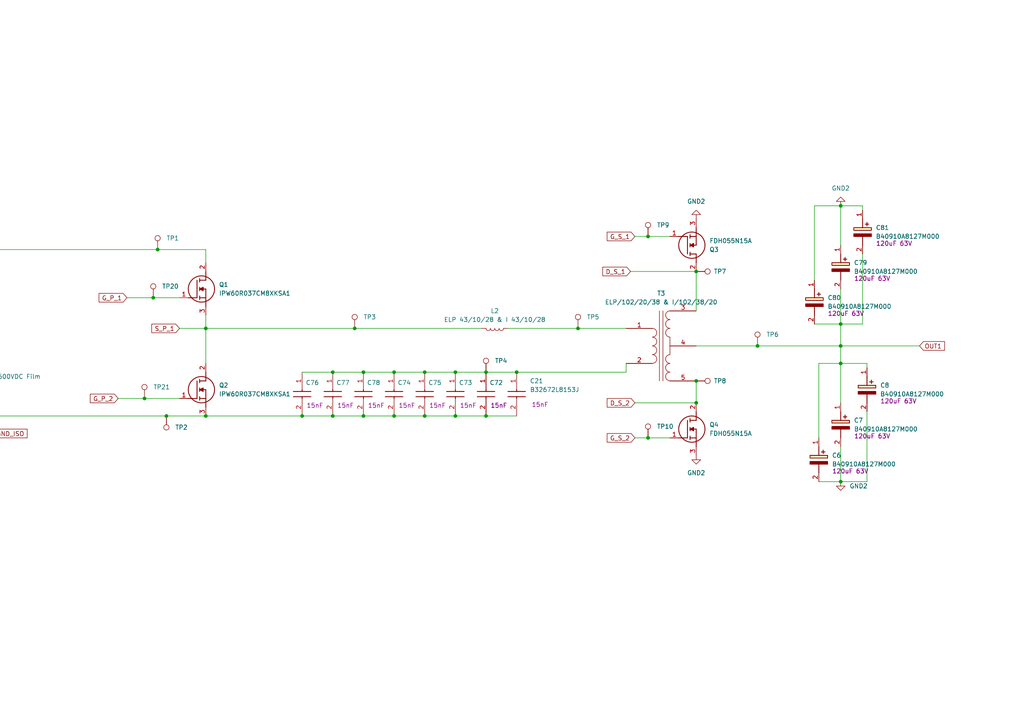
<source format=kicad_sch>
(kicad_sch (version 20250114) (generator "eeschema") (generator_version "9.0")
  (paper "A4")
  (lib_symbols
    (symbol "B32672L8153J:B32672L8153J" (pin_names (hide yes))
      (property "Reference" "C" (at 8.89 6.35 0))
      (property "Value" "B32672L8153J" (at 8.89 3.81 0))
      (symbol "B32672L8153J_1_1"
        (polyline (pts (xy 5.08 0) (xy 5.588 0)) (stroke (width 0.254)))
        (polyline (pts (xy 5.588 2.54) (xy 5.588 -2.54)) (stroke (width 0.254)))
        (polyline (pts (xy 7.112 2.54) (xy 7.112 -2.54)) (stroke (width 0.254)))
        (polyline (pts (xy 7.112 0) (xy 7.62 0)) (stroke (width 0.254)))
        (pin passive line (at 0 0 0) (length 5.08) (name "1") (number "1"))
        (pin passive line (at 12.7 0 180) (length 5.08) (name "2") (number "2"))
      )
    )
    (symbol "B40910A8127M000:B40910A8127M000" (pin_names (hide yes))
      (property "Reference" "C" (at 8.89 6.35 0))
      (property "Value" "B40910A8127M000" (at 8.89 3.81 0))
      (symbol "B40910A8127M000_1_1"
        (polyline (pts (xy 2.54 0) (xy 5.08 0)) (stroke (width 0.254)))
        (polyline (pts (xy 4.064 1.778) (xy 4.064 0.762)) (stroke (width 0.254)))
        (polyline (pts (xy 4.572 1.27) (xy 3.556 1.27)) (stroke (width 0.254)))
        (rectangle (start 5.08 2.54) (end 5.842 -2.54) (stroke (width 0.254)) (fill (type background)))
        (polyline (pts (xy 7.62 2.54) (xy 7.62 -2.54) (xy 6.858 -2.54) (xy 6.858 2.54) (xy 7.62 2.54)) (stroke (width 0.254)) (fill (type outline)))
        (polyline (pts (xy 7.62 0) (xy 10.16 0)) (stroke (width 0.254)))
        (pin passive line (at 0 0 0) (length 2.54) (name "+") (number "1"))
        (pin passive line (at 12.7 0 180) (length 2.54) (name "-") (number "2"))
      )
    )
    (symbol "Connector:TestPoint" (pin_numbers (hide yes)) (pin_names (offset 0.762) (hide yes))
      (property "Reference" "TP" (at 0 6.858 0))
      (property "Value" "TestPoint" (at 0 5.08 0))
      (symbol "TestPoint_0_1"
        (circle (center 0 3.302) (radius 0.762))
      )
      (symbol "TestPoint_1_1"
        (pin passive line (at 0 0 90) (length 2.54) (name "1") (number "1"))
      )
    )
    (symbol "Device:C" (pin_numbers (hide yes)) (pin_names (offset 0.254))
      (property "Reference" "C" (at 0.635 2.54 0))
      (property "Value" "C" (at 0.635 -2.54 0))
      (symbol "C_0_1"
        (polyline (pts (xy -2.032 0.762) (xy 2.032 0.762)) (stroke (width 0.508)))
        (polyline (pts (xy -2.032 -0.762) (xy 2.032 -0.762)) (stroke (width 0.508)))
      )
      (symbol "C_1_1"
        (pin passive line (at 0 3.81 270) (length 2.794) (name "~") (number "1"))
        (pin passive line (at 0 -3.81 90) (length 2.794) (name "~") (number "2"))
      )
    )
    (symbol "Device:L" (pin_numbers (hide yes)) (pin_names (offset 1.016) (hide yes))
      (property "Reference" "L" (at -1.27 0 90))
      (property "Value" "L" (at 1.905 0 90))
      (symbol "L_0_1"
        (arc (start 0 2.54) (mid 0.6323 1.905) (end 0 1.27))
        (arc (start 0 1.27) (mid 0.6323 0.635) (end 0 0))
        (arc (start 0 0) (mid 0.6323 -0.635) (end 0 -1.27))
        (arc (start 0 -1.27) (mid 0.6323 -1.905) (end 0 -2.54))
      )
      (symbol "L_1_1"
        (pin passive line (at 0 3.81 270) (length 1.27) (name "1") (number "1"))
        (pin passive line (at 0 -3.81 90) (length 1.27) (name "2") (number "2"))
      )
    )
    (symbol "FDH055N15A:FDH055N15A" (pin_names (hide yes))
      (property "Reference" "Q" (at 11.43 3.81 0))
      (property "Value" "FDH055N15A" (at 11.43 1.27 0))
      (symbol "FDH055N15A_1_1"
        (polyline (pts (xy 2.54 0) (xy 5.08 0)) (stroke (width 0.254)))
        (polyline (pts (xy 5.08 5.08) (xy 5.08 0)) (stroke (width 0.254)))
        (polyline (pts (xy 5.842 5.588) (xy 5.842 4.572)) (stroke (width 0.254)))
        (polyline (pts (xy 5.842 2.54) (xy 6.858 3.048) (xy 6.858 2.032) (xy 5.842 2.54)) (stroke (width 0.254)) (fill (type outline)))
        (polyline (pts (xy 5.842 2.032) (xy 5.842 3.048)) (stroke (width 0.254)))
        (polyline (pts (xy 5.842 0) (xy 7.62 0)) (stroke (width 0.254)))
        (polyline (pts (xy 5.842 -0.508) (xy 5.842 0.508)) (stroke (width 0.254)))
        (circle (center 6.35 2.54) (radius 3.81) (stroke (width 0.254)))
        (polyline (pts (xy 7.62 5.08) (xy 5.842 5.08)) (stroke (width 0.254)))
        (polyline (pts (xy 7.62 5.08) (xy 7.62 7.62)) (stroke (width 0.254)))
        (polyline (pts (xy 7.62 2.54) (xy 5.842 2.54)) (stroke (width 0.254)))
        (polyline (pts (xy 7.62 2.54) (xy 7.62 -2.54)) (stroke (width 0.254)))
        (pin passive line (at 0 0 0) (length 2.54) (name "G") (number "1"))
        (pin passive line (at 7.62 10.16 270) (length 2.54) (name "D") (number "2"))
        (pin passive line (at 7.62 -5.08 90) (length 2.54) (name "S") (number "3"))
      )
    )
    (symbol "IPW60R037CM8XKSA1:IPW60R037CM8XKSA1" (pin_names (hide yes))
      (property "Reference" "Q" (at 11.43 3.81 0))
      (property "Value" "IPW60R037CM8XKSA1" (at 11.43 1.27 0))
      (symbol "IPW60R037CM8XKSA1_1_1"
        (polyline (pts (xy 2.54 0) (xy 5.08 0)) (stroke (width 0.254)))
        (polyline (pts (xy 5.08 5.08) (xy 5.08 0)) (stroke (width 0.254)))
        (polyline (pts (xy 5.842 5.588) (xy 5.842 4.572)) (stroke (width 0.254)))
        (polyline (pts (xy 5.842 2.54) (xy 6.858 3.048) (xy 6.858 2.032) (xy 5.842 2.54)) (stroke (width 0.254)) (fill (type outline)))
        (polyline (pts (xy 5.842 2.032) (xy 5.842 3.048)) (stroke (width 0.254)))
        (polyline (pts (xy 5.842 0) (xy 7.62 0)) (stroke (width 0.254)))
        (polyline (pts (xy 5.842 -0.508) (xy 5.842 0.508)) (stroke (width 0.254)))
        (circle (center 6.35 2.54) (radius 3.81) (stroke (width 0.254)))
        (polyline (pts (xy 7.62 5.08) (xy 5.842 5.08)) (stroke (width 0.254)))
        (polyline (pts (xy 7.62 5.08) (xy 7.62 7.62)) (stroke (width 0.254)))
        (polyline (pts (xy 7.62 2.54) (xy 5.842 2.54)) (stroke (width 0.254)))
        (polyline (pts (xy 7.62 2.54) (xy 7.62 -2.54)) (stroke (width 0.254)))
        (pin passive line (at 0 0 0) (length 2.54) (name "G") (number "1"))
        (pin passive line (at 7.62 10.16 270) (length 2.54) (name "D") (number "2"))
        (pin passive line (at 7.62 -5.08 90) (length 2.54) (name "S") (number "3"))
      )
    )
    (symbol "New_Library:Transformer_LLC" (pin_names (offset 1.016) (hide yes))
      (property "Reference" "T" (at 0 12.7 0))
      (property "Value" "Transformer_LLC" (at 0 -12.7 0))
      (symbol "Transformer_LLC_0_1"
        (arc (start -1.27 3.81) (mid -1.656 2.9336) (end -2.54 2.5654))
        (arc (start -1.27 1.27) (mid -1.656 0.3936) (end -2.54 0.0254))
        (arc (start -1.27 -1.27) (mid -1.656 -2.1464) (end -2.54 -2.5146))
        (arc (start -1.27 -3.81) (mid -1.656 -4.6864) (end -2.54 -5.0546))
        (arc (start -2.54 5.08) (mid -1.642 4.708) (end -1.27 3.81))
        (arc (start -2.54 2.54) (mid -1.642 2.168) (end -1.27 1.27))
        (arc (start -2.54 0) (mid -1.642 -0.372) (end -1.27 -1.27))
        (arc (start -2.54 -2.54) (mid -1.642 -2.912) (end -1.27 -3.81))
        (polyline (pts (xy -0.508 -10.16) (xy -0.508 10.16)))
        (polyline (pts (xy 0.508 10.16) (xy 0.508 -10.16)))
        (arc (start 1.2954 8.89) (mid 1.6457 9.7917) (end 2.54 10.16))
        (arc (start 1.2954 6.35) (mid 1.6457 7.2517) (end 2.54 7.62))
        (arc (start 1.2954 3.81) (mid 1.6457 4.7117) (end 2.54 5.08))
        (arc (start 1.2954 -3.81) (mid 1.6457 -2.9083) (end 2.54 -2.54))
        (arc (start 1.2954 -6.35) (mid 1.6457 -5.4483) (end 2.54 -5.08))
        (arc (start 1.2954 -8.89) (mid 1.6457 -7.9883) (end 2.54 -7.62))
        (arc (start 2.54 7.6454) (mid 1.6599 8.0099) (end 1.2954 8.89))
        (arc (start 2.54 5.1054) (mid 1.6599 5.4699) (end 1.2954 6.35))
        (arc (start 2.54 2.5654) (mid 1.6599 2.9299) (end 1.2954 3.81))
        (polyline (pts (xy 2.54 2.54) (xy 2.54 -2.54)))
        (arc (start 2.54 -5.0546) (mid 1.6599 -4.6901) (end 1.2954 -3.81))
        (arc (start 2.54 -7.5946) (mid 1.6599 -7.2301) (end 1.2954 -6.35))
        (arc (start 2.54 -10.1346) (mid 1.6599 -9.7701) (end 1.2954 -8.89))
      )
      (symbol "Transformer_LLC_1_1"
        (pin passive line (at -10.16 5.08 0) (length 7.62) (name "AA") (number "1"))
        (pin passive line (at -10.16 -5.08 0) (length 7.62) (name "AB") (number "2"))
        (pin passive line (at 10.16 10.16 180) (length 7.62) (name "SA") (number "3"))
        (pin passive line (at 10.16 0 180) (length 7.62) (name "SC") (number "4"))
        (pin passive line (at 10.16 -10.16 180) (length 7.62) (name "SD") (number "5"))
      )
    )
    (symbol "power:GND2" (power) (pin_numbers (hide yes)) (pin_names (offset 0) (hide yes))
      (property "Value" "GND2" (at 0 -3.81 0))
      (symbol "GND2_0_1"
        (polyline (pts (xy 0 0) (xy 0 -1.27) (xy 1.27 -1.27) (xy 0 -2.54) (xy -1.27 -1.27) (xy 0 -1.27)))
      )
      (symbol "GND2_1_1"
        (pin power_in line (at 0 0 270) (length 0) (name "~") (number "1"))
      )
    )
  )
  (junction (at -10.16 120.65))
  (junction (at 114.3 120.65))
  (junction (at 201.93 78.74))
  (junction (at 243.84 105.41))
  (junction (at 219.71 100.33))
  (junction (at 44.45 86.36))
  (junction (at 123.19 120.65))
  (junction (at 102.87 95.25))
  (junction (at 140.97 120.65))
  (junction (at 105.41 107.95))
  (junction (at 201.93 116.84))
  (junction (at 243.84 139.7))
  (junction (at 140.97 107.95))
  (junction (at -10.16 72.39))
  (junction (at 149.86 107.95))
  (junction (at 105.41 120.65))
  (junction (at 132.08 107.95))
  (junction (at 41.91 115.57))
  (junction (at 96.52 120.65))
  (junction (at 123.19 107.95))
  (junction (at 187.96 127))
  (junction (at 243.84 100.33))
  (junction (at 59.69 120.65))
  (junction (at 45.72 72.39))
  (junction (at 96.52 107.95))
  (junction (at 243.84 93.98))
  (junction (at 167.64 95.25))
  (junction (at 243.84 59.69))
  (junction (at 48.26 120.65))
  (junction (at 59.69 95.25))
  (junction (at 114.3 107.95))
  (junction (at 87.63 120.65))
  (junction (at 187.96 68.58))
  (junction (at 132.08 120.65))
  (junction (at 201.93 110.49))
  (wire (pts (xy 184.15 68.58) (xy 187.96 68.58)))
  (wire (pts (xy -10.16 72.39) (xy -10.16 104.14)))
  (wire (pts (xy -10.16 111.76) (xy -10.16 120.65)))
  (wire (pts (xy 243.84 139.7) (xy 237.49 139.7)))
  (wire (pts (xy 182.88 78.74) (xy 201.93 78.74)))
  (wire (pts (xy 187.96 127) (xy 194.31 127)))
  (wire (pts (xy 96.52 107.95) (xy 105.41 107.95)))
  (wire (pts (xy 59.69 72.39) (xy 45.72 72.39)))
  (wire (pts (xy 236.22 59.69) (xy 236.22 81.28)))
  (wire (pts (xy -10.16 120.65) (xy 48.26 120.65)))
  (wire (pts (xy 132.08 107.95) (xy 140.97 107.95)))
  (wire (pts (xy 149.86 107.95) (xy 181.61 107.95)))
  (wire (pts (xy 140.97 107.95) (xy 149.86 107.95)))
  (wire (pts (xy 123.19 120.65) (xy 132.08 120.65)))
  (wire (pts (xy 105.41 107.95) (xy 114.3 107.95)))
  (wire (pts (xy 237.49 105.41) (xy 237.49 127)))
  (wire (pts (xy 52.07 95.25) (xy 59.69 95.25)))
  (wire (pts (xy 87.63 120.65) (xy 96.52 120.65)))
  (wire (pts (xy 250.19 93.98) (xy 243.84 93.98)))
  (wire (pts (xy 44.45 86.36) (xy 52.07 86.36)))
  (wire (pts (xy 243.84 100.33) (xy 266.7 100.33)))
  (wire (pts (xy 243.84 83.82) (xy 243.84 93.98)))
  (wire (pts (xy 34.29 115.57) (xy 41.91 115.57)))
  (wire (pts (xy 147.32 95.25) (xy 167.64 95.25)))
  (wire (pts (xy 184.15 127) (xy 187.96 127)))
  (wire (pts (xy 251.46 105.41) (xy 251.46 106.68)))
  (wire (pts (xy 167.64 95.25) (xy 181.61 95.25)))
  (wire (pts (xy 114.3 120.65) (xy 123.19 120.65)))
  (wire (pts (xy 114.3 107.95) (xy 123.19 107.95)))
  (wire (pts (xy 123.19 107.95) (xy 132.08 107.95)))
  (wire (pts (xy 243.84 129.54) (xy 243.84 139.7)))
  (wire (pts (xy 187.96 68.58) (xy 194.31 68.58)))
  (wire (pts (xy -10.16 125.73) (xy -2.54 125.73)))
  (wire (pts (xy 219.71 100.33) (xy 243.84 100.33)))
  (wire (pts (xy 243.84 100.33) (xy 243.84 105.41)))
  (wire (pts (xy 105.41 120.65) (xy 114.3 120.65)))
  (wire (pts (xy 243.84 93.98) (xy 243.84 100.33)))
  (wire (pts (xy 59.69 72.39) (xy 59.69 76.2)))
  (wire (pts (xy 59.69 91.44) (xy 59.69 95.25)))
  (wire (pts (xy 250.19 73.66) (xy 250.19 93.98)))
  (wire (pts (xy 251.46 139.7) (xy 243.84 139.7)))
  (wire (pts (xy -17.78 120.65) (xy -10.16 120.65)))
  (wire (pts (xy 181.61 107.95) (xy 181.61 105.41)))
  (wire (pts (xy 132.08 120.65) (xy 140.97 120.65)))
  (wire (pts (xy 36.83 86.36) (xy 44.45 86.36)))
  (wire (pts (xy 184.15 116.84) (xy 201.93 116.84)))
  (wire (pts (xy -10.16 72.39) (xy 45.72 72.39)))
  (wire (pts (xy 59.69 95.25) (xy 102.87 95.25)))
  (wire (pts (xy 250.19 59.69) (xy 243.84 59.69)))
  (wire (pts (xy 243.84 59.69) (xy 236.22 59.69)))
  (wire (pts (xy 96.52 120.65) (xy 105.41 120.65)))
  (wire (pts (xy 243.84 105.41) (xy 243.84 116.84)))
  (wire (pts (xy 243.84 93.98) (xy 236.22 93.98)))
  (wire (pts (xy 41.91 115.57) (xy 52.07 115.57)))
  (wire (pts (xy 87.63 107.95) (xy 96.52 107.95)))
  (wire (pts (xy -10.16 120.65) (xy -10.16 125.73)))
  (wire (pts (xy 250.19 59.69) (xy 250.19 60.96)))
  (wire (pts (xy -17.78 72.39) (xy -10.16 72.39)))
  (wire (pts (xy 102.87 95.25) (xy 139.7 95.25)))
  (wire (pts (xy 201.93 78.74) (xy 201.93 90.17)))
  (wire (pts (xy 59.69 120.65) (xy 87.63 120.65)))
  (wire (pts (xy 140.97 120.65) (xy 149.86 120.65)))
  (wire (pts (xy 251.46 119.38) (xy 251.46 139.7)))
  (wire (pts (xy 243.84 105.41) (xy 237.49 105.41)))
  (wire (pts (xy 48.26 120.65) (xy 59.69 120.65)))
  (wire (pts (xy 243.84 59.69) (xy 243.84 71.12)))
  (wire (pts (xy 201.93 100.33) (xy 219.71 100.33)))
  (wire (pts (xy 201.93 110.49) (xy 201.93 116.84)))
  (wire (pts (xy 251.46 105.41) (xy 243.84 105.41)))
  (wire (pts (xy 59.69 95.25) (xy 59.69 105.41)))
  (global_label "D_S_2" (shape input) (at 184.15 116.84 180) (property "Intersheetrefs" "${INTERSHEET_REFS}" (effects (hide yes))))
  (global_label "G_S_1" (shape input) (at 184.15 68.58 180) (property "Intersheetrefs" "${INTERSHEET_REFS}" (effects (hide yes))))
  (global_label "G_P_1" (shape input) (at 36.83 86.36 180) (property "Intersheetrefs" "${INTERSHEET_REFS}" (effects (hide yes))))
  (global_label "G_P_2" (shape input) (at 34.29 115.57 180) (property "Intersheetrefs" "${INTERSHEET_REFS}" (effects (hide yes))))
  (global_label "HVN1" (shape input) (at -17.78 120.65 180) (property "Intersheetrefs" "${INTERSHEET_REFS}" (effects (hide yes))))
  (global_label "D_S_1" (shape input) (at 182.88 78.74 180) (property "Intersheetrefs" "${INTERSHEET_REFS}" (effects (hide yes))))
  (global_label "G_S_2" (shape input) (at 184.15 127 180) (property "Intersheetrefs" "${INTERSHEET_REFS}" (effects (hide yes))))
  (global_label "GND_ISO" (shape input) (at -2.54 125.73 0) (property "Intersheetrefs" "${INTERSHEET_REFS}" (effects (hide yes))))
  (global_label "OUT1" (shape input) (at 266.7 100.33 0) (property "Intersheetrefs" "${INTERSHEET_REFS}" (effects (hide yes))))
  (global_label "HVP1" (shape input) (at -17.78 72.39 180) (property "Intersheetrefs" "${INTERSHEET_REFS}" (effects (hide yes))))
  (global_label "S_P_1" (shape input) (at 52.07 95.25 180) (property "Intersheetrefs" "${INTERSHEET_REFS}" (effects (hide yes))))
  (symbol (lib_id "B40910A8127M000:B40910A8127M000") (at 243.84 71.12 270) (unit 1)
    (property "Reference" "C79" (at 247.65 76.1999 90) (effects (justify left)))
    (property "Value" "B40910A8127M000" (at 247.65 78.7399 90) (effects (justify left)))
    (property "Footprint" "B40910A8127M000:B40910A8127M000" (effects (hide yes)))
    (property "Datasheet" "https://product.tdk.com/system/files/dam/doc/product/capacitor/aluminum-electrolytic/hybrid-polymer/data_sheet/20/30/db/aec/b40910.pdf" (effects (hide yes)))
    (property "Description" "63V, 120uF (M) d10x12,5 mm SMD HP" (effects (hide yes)))
    (property "Height" "12.8" (effects (hide yes)))
    (property "Manufacturer_Name" "TDK" (effects (hide yes)))
    (property "Manufacturer_Part_Number" "B40910A8127M000" (effects (hide yes)))
    (property "Value2" "120uF 63V" (at 252.984 80.772 90))
  )
  (symbol (lib_id "B32672L8153J:B32672L8153J") (at 96.52 107.95 270) (unit 1)
    (property "Reference" "C77" (at 97.536 110.998 90) (effects (justify left)))
    (property "Value" "B32672L8153J" (effects (hide yes)))
    (property "Footprint" "B32672L8153J000:CAPRR1500W80L1800T850H1450" (effects (hide yes)))
    (property "Datasheet" "https://product.tdk.com/system/files/dam/doc/product/capacitor/film/mkp_mfp/data_sheet/20/20/db/fc_2009/mkp_b32671l_672l.pdf" (effects (hide yes)))
    (property "Description" "Film Capacitors Film Cap 15NF 5% 700VAC MKP BOXED" (effects (hide yes)))
    (property "Height" "14.5" (effects (hide yes)))
    (property "Mouser Part Number" "871-B32672L8153J" (effects (hide yes)))
    (property "Mouser Price/Stock" "https://www.mouser.co.uk/ProductDetail/EPCOS-TDK/B32672L8153J?qs=CsdphVCLJRjPN7YH24ATpg%3D%3D" (effects (hide yes)))
    (property "Manufacturer_Name" "TDK" (effects (hide yes)))
    (property "Manufacturer_Part_Number" "B32672L8153J" (effects (hide yes)))
    (property "Value2" "15nF" (at 97.79 117.602 90) (effects (justify left)))
  )
  (symbol (lib_id "power:GND2") (at 201.93 132.08 0) (unit 1)
    (property "Reference" "#PWR010" (effects (hide yes)))
    (property "Value" "GND2" (at 201.93 137.16 0))
    (property "Description" "Power symbol creates a global label with name \"GND2\" , ground" (effects (hide yes)))
  )
  (symbol (lib_id "B40910A8127M000:B40910A8127M000") (at 236.22 81.28 270) (unit 1)
    (property "Reference" "C80" (at 240.03 86.3599 90) (effects (justify left)))
    (property "Value" "B40910A8127M000" (at 240.03 88.8999 90) (effects (justify left)))
    (property "Footprint" "B40910A8127M000:B40910A8127M000" (effects (hide yes)))
    (property "Datasheet" "https://product.tdk.com/system/files/dam/doc/product/capacitor/aluminum-electrolytic/hybrid-polymer/data_sheet/20/30/db/aec/b40910.pdf" (effects (hide yes)))
    (property "Description" "63V, 120uF (M) d10x12,5 mm SMD HP" (effects (hide yes)))
    (property "Height" "12.8" (effects (hide yes)))
    (property "Manufacturer_Name" "TDK" (effects (hide yes)))
    (property "Manufacturer_Part_Number" "B40910A8127M000" (effects (hide yes)))
    (property "Value2" "120uF 63V" (at 245.364 90.932 90))
  )
  (symbol (lib_id "Connector:TestPoint") (at 187.96 127 0) (unit 1)
    (property "Reference" "TP10" (at 190.5 123.6979 0) (effects (justify left)))
    (property "Value" "TestPoint" (effects (hide yes)))
    (property "Footprint" "TestPoint:TestPoint_Pad_D1.0mm" (effects (hide yes)))
    (property "Description" "test point" (effects (hide yes)))
  )
  (symbol (lib_id "Connector:TestPoint") (at 201.93 110.49 270) (unit 1)
    (property "Reference" "TP8" (at 207.01 110.4899 90) (effects (justify left)))
    (property "Value" "TestPoint" (effects (hide yes)))
    (property "Footprint" "TestPoint:TestPoint_Pad_D1.0mm" (effects (hide yes)))
    (property "Description" "test point" (effects (hide yes)))
  )
  (symbol (lib_id "Connector:TestPoint") (at 219.71 100.33 0) (unit 1)
    (property "Reference" "TP6" (at 222.25 97.0279 0) (effects (justify left)))
    (property "Value" "TestPoint" (effects (hide yes)))
    (property "Footprint" "TestPoint:TestPoint_Pad_D1.0mm" (effects (hide yes)))
    (property "Description" "test point" (effects (hide yes)))
  )
  (symbol (lib_id "B32672L8153J:B32672L8153J") (at 105.41 107.95 270) (unit 1)
    (property "Reference" "C78" (at 106.426 110.998 90) (effects (justify left)))
    (property "Value" "B32672L8153J" (effects (hide yes)))
    (property "Footprint" "B32672L8153J000:CAPRR1500W80L1800T850H1450" (effects (hide yes)))
    (property "Datasheet" "https://product.tdk.com/system/files/dam/doc/product/capacitor/film/mkp_mfp/data_sheet/20/20/db/fc_2009/mkp_b32671l_672l.pdf" (effects (hide yes)))
    (property "Description" "Film Capacitors Film Cap 15NF 5% 700VAC MKP BOXED" (effects (hide yes)))
    (property "Height" "14.5" (effects (hide yes)))
    (property "Mouser Part Number" "871-B32672L8153J" (effects (hide yes)))
    (property "Mouser Price/Stock" "https://www.mouser.co.uk/ProductDetail/EPCOS-TDK/B32672L8153J?qs=CsdphVCLJRjPN7YH24ATpg%3D%3D" (effects (hide yes)))
    (property "Manufacturer_Name" "TDK" (effects (hide yes)))
    (property "Manufacturer_Part_Number" "B32672L8153J" (effects (hide yes)))
    (property "Value2" "15nF" (at 106.68 117.602 90) (effects (justify left)))
  )
  (symbol (lib_id "B40910A8127M000:B40910A8127M000") (at 243.84 116.84 270) (unit 1)
    (property "Reference" "C7" (at 247.65 121.9199 90) (effects (justify left)))
    (property "Value" "B40910A8127M000" (at 247.65 124.4599 90) (effects (justify left)))
    (property "Footprint" "B40910A8127M000:B40910A8127M000" (effects (hide yes)))
    (property "Datasheet" "https://product.tdk.com/system/files/dam/doc/product/capacitor/aluminum-electrolytic/hybrid-polymer/data_sheet/20/30/db/aec/b40910.pdf" (effects (hide yes)))
    (property "Description" "63V, 120uF (M) d10x12,5 mm SMD HP" (effects (hide yes)))
    (property "Height" "12.8" (effects (hide yes)))
    (property "Manufacturer_Name" "TDK" (effects (hide yes)))
    (property "Manufacturer_Part_Number" "B40910A8127M000" (effects (hide yes)))
    (property "Value2" "120uF 63V" (at 252.984 126.492 90))
  )
  (symbol (lib_id "Connector:TestPoint") (at 41.91 115.57 0) (unit 1)
    (property "Reference" "TP21" (at 44.45 112.2679 0) (effects (justify left)))
    (property "Value" "TestPoint" (effects (hide yes)))
    (property "Footprint" "TestPoint:TestPoint_Pad_D1.0mm" (effects (hide yes)))
    (property "Description" "test point" (effects (hide yes)))
  )
  (symbol (lib_id "Connector:TestPoint") (at 140.97 107.95 0) (unit 1)
    (property "Reference" "TP4" (at 143.51 104.6479 0) (effects (justify left)))
    (property "Value" "TestPoint" (effects (hide yes)))
    (property "Footprint" "TestPoint:TestPoint_Pad_D1.0mm" (effects (hide yes)))
    (property "Description" "test point" (effects (hide yes)))
  )
  (symbol (lib_id "B32672L8153J:B32672L8153J") (at 140.97 107.95 270) (unit 1)
    (property "Reference" "C72" (at 141.986 110.998 90) (effects (justify left)))
    (property "Value" "B32672L8153J" (effects (hide yes)))
    (property "Footprint" "B32672L8153J000:CAPRR1500W80L1800T850H1450" (effects (hide yes)))
    (property "Datasheet" "https://product.tdk.com/system/files/dam/doc/product/capacitor/film/mkp_mfp/data_sheet/20/20/db/fc_2009/mkp_b32671l_672l.pdf" (effects (hide yes)))
    (property "Description" "Film Capacitors Film Cap 15NF 5% 700VAC MKP BOXED" (effects (hide yes)))
    (property "Height" "14.5" (effects (hide yes)))
    (property "Mouser Part Number" "871-B32672L8153J" (effects (hide yes)))
    (property "Mouser Price/Stock" "https://www.mouser.co.uk/ProductDetail/EPCOS-TDK/B32672L8153J?qs=CsdphVCLJRjPN7YH24ATpg%3D%3D" (effects (hide yes)))
    (property "Manufacturer_Name" "TDK" (effects (hide yes)))
    (property "Manufacturer_Part_Number" "B32672L8153J" (effects (hide yes)))
    (property "Value2" "15nF" (at 142.24 117.602 90) (effects (justify left)))
  )
  (symbol (lib_id "B40910A8127M000:B40910A8127M000") (at 237.49 127 270) (unit 1)
    (property "Reference" "C6" (at 241.3 132.0799 90) (effects (justify left)))
    (property "Value" "B40910A8127M000" (at 241.3 134.6199 90) (effects (justify left)))
    (property "Footprint" "B40910A8127M000:B40910A8127M000" (effects (hide yes)))
    (property "Datasheet" "https://product.tdk.com/system/files/dam/doc/product/capacitor/aluminum-electrolytic/hybrid-polymer/data_sheet/20/30/db/aec/b40910.pdf" (effects (hide yes)))
    (property "Description" "63V, 120uF (M) d10x12,5 mm SMD HP" (effects (hide yes)))
    (property "Height" "12.8" (effects (hide yes)))
    (property "Manufacturer_Name" "TDK" (effects (hide yes)))
    (property "Manufacturer_Part_Number" "B40910A8127M000" (effects (hide yes)))
    (property "Value2" "120uF 63V" (at 246.634 136.652 90))
  )
  (symbol (lib_id "New_Library:Transformer_LLC") (at 191.77 100.33 0) (unit 1)
    (property "Reference" "T3" (at 191.77 85.09 0))
    (property "Value" "ELP/102/20/38 & I/102/38/20" (at 191.77 87.63 0))
    (property "Footprint" "New_Linrary:ELP_102_20_38" (effects (hide yes)))
    (property "Datasheet" "https://www.tdk-electronics.tdk.com/inf/80/db/fer/elp_64_10_50.pdf" (effects (hide yes)))
    (property "Description" "Transformer, single primary, dual secondary" (effects (hide yes)))
  )
  (symbol (lib_id "power:GND2") (at 243.84 59.69 180) (unit 1)
    (property "Reference" "#PWR049" (effects (hide yes)))
    (property "Value" "GND2" (at 243.84 54.61 0))
    (property "Description" "Power symbol creates a global label with name \"GND2\" , ground" (effects (hide yes)))
  )
  (symbol (lib_id "B32672L8153J:B32672L8153J") (at 123.19 107.95 270) (unit 1)
    (property "Reference" "C75" (at 124.206 110.998 90) (effects (justify left)))
    (property "Value" "B32672L8153J" (effects (hide yes)))
    (property "Footprint" "B32672L8153J000:CAPRR1500W80L1800T850H1450" (effects (hide yes)))
    (property "Datasheet" "https://product.tdk.com/system/files/dam/doc/product/capacitor/film/mkp_mfp/data_sheet/20/20/db/fc_2009/mkp_b32671l_672l.pdf" (effects (hide yes)))
    (property "Description" "Film Capacitors Film Cap 15NF 5% 700VAC MKP BOXED" (effects (hide yes)))
    (property "Height" "14.5" (effects (hide yes)))
    (property "Mouser Part Number" "871-B32672L8153J" (effects (hide yes)))
    (property "Mouser Price/Stock" "https://www.mouser.co.uk/ProductDetail/EPCOS-TDK/B32672L8153J?qs=CsdphVCLJRjPN7YH24ATpg%3D%3D" (effects (hide yes)))
    (property "Manufacturer_Name" "TDK" (effects (hide yes)))
    (property "Manufacturer_Part_Number" "B32672L8153J" (effects (hide yes)))
    (property "Value2" "15nF" (at 124.46 117.602 90) (effects (justify left)))
  )
  (symbol (lib_id "B32672L8153J:B32672L8153J") (at 149.86 107.95 270) (unit 1)
    (property "Reference" "C21" (at 153.67 110.4899 90) (effects (justify left)))
    (property "Value" "B32672L8153J" (at 153.67 113.0299 90) (effects (justify left)))
    (property "Footprint" "B32672L8153J000:CAPRR1500W80L1800T850H1450" (effects (hide yes)))
    (property "Datasheet" "https://product.tdk.com/system/files/dam/doc/product/capacitor/film/mkp_mfp/data_sheet/20/20/db/fc_2009/mkp_b32671l_672l.pdf" (effects (hide yes)))
    (property "Description" "Film Capacitors Film Cap 15NF 5% 700VAC MKP BOXED" (effects (hide yes)))
    (property "Height" "14.5" (effects (hide yes)))
    (property "Mouser Part Number" "871-B32672L8153J" (effects (hide yes)))
    (property "Mouser Price/Stock" "https://www.mouser.co.uk/ProductDetail/EPCOS-TDK/B32672L8153J?qs=CsdphVCLJRjPN7YH24ATpg%3D%3D" (effects (hide yes)))
    (property "Manufacturer_Name" "TDK" (effects (hide yes)))
    (property "Manufacturer_Part_Number" "B32672L8153J" (effects (hide yes)))
    (property "Value2" "15nF" (at 154.178 117.348 90) (effects (justify left)))
  )
  (symbol (lib_id "B40910A8127M000:B40910A8127M000") (at 250.19 60.96 270) (unit 1)
    (property "Reference" "C81" (at 254 66.0399 90) (effects (justify left)))
    (property "Value" "B40910A8127M000" (at 254 68.5799 90) (effects (justify left)))
    (property "Footprint" "B40910A8127M000:B40910A8127M000" (effects (hide yes)))
    (property "Datasheet" "https://product.tdk.com/system/files/dam/doc/product/capacitor/aluminum-electrolytic/hybrid-polymer/data_sheet/20/30/db/aec/b40910.pdf" (effects (hide yes)))
    (property "Description" "63V, 120uF (M) d10x12,5 mm SMD HP" (effects (hide yes)))
    (property "Height" "12.8" (effects (hide yes)))
    (property "Manufacturer_Name" "TDK" (effects (hide yes)))
    (property "Manufacturer_Part_Number" "B40910A8127M000" (effects (hide yes)))
    (property "Value2" "120uF 63V" (at 259.334 70.612 90))
  )
  (symbol (lib_id "FDH055N15A:FDH055N15A") (at 194.31 68.58 0) (mirror x) (unit 1)
    (property "Reference" "Q3" (at 205.74 72.3901 0) (effects (justify left)))
    (property "Value" "FDH055N15A" (at 205.74 69.8501 0) (effects (justify left)))
    (property "Footprint" "Package_TO_SOT_THT:TO-247-3_Horizontal_TabDown" (effects (hide yes)))
    (property "Datasheet" "https://www.onsemi.com/pub/Collateral/FDH055N15A-D.PDF" (effects (hide yes)))
    (property "Description" "High Power and Current Handling Capability; Fast Switching Speed; High Performance Trench Technology for Extremely Low RDS(on) ; Low Gate Charge, QG = 92nC ( Typ.); RoHS Compliant; RDS(on) = 4.8m ( Typ.)@ VGS = 10V, ID = 120A" (effects (hide yes)))
    (property "Height" "4.82" (effects (hide yes)))
    (property "Mouser Part Number" "512-FDH055N15A" (effects (hide yes)))
    (property "Mouser Price/Stock" "https://www.mouser.co.uk/ProductDetail/onsemi-Fairchild/FDH055N15A?qs=r2Ui%2FjbkGg%2FwTUHq7txgCw%3D%3D" (effects (hide yes)))
    (property "Manufacturer_Name" "onsemi" (effects (hide yes)))
    (property "Manufacturer_Part_Number" "FDH055N15A" (effects (hide yes)))
  )
  (symbol (lib_id "Connector:TestPoint") (at 201.93 78.74 270) (unit 1)
    (property "Reference" "TP7" (at 207.01 78.7399 90) (effects (justify left)))
    (property "Value" "TestPoint" (effects (hide yes)))
    (property "Footprint" "TestPoint:TestPoint_Pad_D1.0mm" (effects (hide yes)))
    (property "Description" "test point" (effects (hide yes)))
  )
  (symbol (lib_id "Device:C") (at -10.16 107.95 0) (unit 1)
    (property "Reference" "C67" (at -5.08 106.6799 0) (effects (justify left)))
    (property "Value" "4uF 600VDC Film" (at -5.08 109.2199 0) (effects (justify left)))
    (property "Footprint" "Capacitor_THT:C_Rect_L33.0mm_W13.0mm_P27.50mm_MKS4" (effects (hide yes)))
    (property "Description" "Film Capacitors CAP FILM 4uF 10% 600VDC RAD" (effects (hide yes)))
    (property "Field5" "EFDKS60K405D032LH" (effects (hide yes)))
    (property "Field6" "Mouser Part No 504-EFDKS60K405D032L" (effects (hide yes)))
  )
  (symbol (lib_id "Connector:TestPoint") (at 44.45 86.36 0) (unit 1)
    (property "Reference" "TP20" (at 46.99 83.0579 0) (effects (justify left)))
    (property "Value" "TestPoint" (effects (hide yes)))
    (property "Footprint" "TestPoint:TestPoint_Pad_D1.0mm" (effects (hide yes)))
    (property "Description" "test point" (effects (hide yes)))
  )
  (symbol (lib_id "Connector:TestPoint") (at 45.72 72.39 0) (unit 1)
    (property "Reference" "TP1" (at 48.26 69.0879 0) (effects (justify left)))
    (property "Value" "TestPoint" (effects (hide yes)))
    (property "Footprint" "TestPoint:TestPoint_Pad_D1.0mm" (effects (hide yes)))
    (property "Description" "test point" (effects (hide yes)))
  )
  (symbol (lib_id "Connector:TestPoint") (at 48.26 120.65 180) (unit 1)
    (property "Reference" "TP2" (at 50.8 123.9519 0) (effects (justify right)))
    (property "Value" "TestPoint" (effects (hide yes)))
    (property "Footprint" "TestPoint:TestPoint_Pad_D1.0mm" (effects (hide yes)))
    (property "Description" "test point" (effects (hide yes)))
  )
  (symbol (lib_id "IPW60R037CM8XKSA1:IPW60R037CM8XKSA1") (at 52.07 86.36 0) (unit 1)
    (property "Reference" "Q1" (at 63.5 82.5499 0) (effects (justify left)))
    (property "Value" "IPW60R037CM8XKSA1" (at 63.5 85.0899 0) (effects (justify left)))
    (property "Footprint" "Package_TO_SOT_THT:TO-247-3_Horizontal_TabDown" (effects (hide yes)))
    (property "Description" "Suitableforhardandsoftswitchingtopologiesthankstoan outstandingcommutationruggedness Significantreductionofswitchingandconductionlosses BestinclassRDS(on)perpackageproductsenabledbyultralowRDS(on)*A" (effects (hide yes)))
    (property "Height" "5.21" (effects (hide yes)))
    (property "Mouser Part Number" "726-IPW60R037CM8XKSA" (effects (hide yes)))
    (property "Mouser Price/Stock" "https://www.mouser.co.uk/ProductDetail/Infineon-Technologies/IPW60R037CM8XKSA1?qs=2wMNvWM5ZX6iR5SSpR9OjA%3D%3D" (effects (hide yes)))
    (property "Manufacturer_Name" "Infineon" (effects (hide yes)))
    (property "Manufacturer_Part_Number" "IPW60R037CM8XKSA1" (effects (hide yes)))
  )
  (symbol (lib_id "FDH055N15A:FDH055N15A") (at 194.31 127 0) (unit 1)
    (property "Reference" "Q4" (at 205.74 123.1899 0) (effects (justify left)))
    (property "Value" "FDH055N15A" (at 205.74 125.7299 0) (effects (justify left)))
    (property "Footprint" "Package_TO_SOT_THT:TO-247-3_Horizontal_TabDown" (effects (hide yes)))
    (property "Datasheet" "https://www.onsemi.com/pub/Collateral/FDH055N15A-D.PDF" (effects (hide yes)))
    (property "Description" "High Power and Current Handling Capability; Fast Switching Speed; High Performance Trench Technology for Extremely Low RDS(on) ; Low Gate Charge, QG = 92nC ( Typ.); RoHS Compliant; RDS(on) = 4.8m ( Typ.)@ VGS = 10V, ID = 120A" (effects (hide yes)))
    (property "Height" "4.82" (effects (hide yes)))
    (property "Mouser Part Number" "512-FDH055N15A" (effects (hide yes)))
    (property "Mouser Price/Stock" "https://www.mouser.co.uk/ProductDetail/onsemi-Fairchild/FDH055N15A?qs=r2Ui%2FjbkGg%2FwTUHq7txgCw%3D%3D" (effects (hide yes)))
    (property "Manufacturer_Name" "onsemi" (effects (hide yes)))
    (property "Manufacturer_Part_Number" "FDH055N15A" (effects (hide yes)))
  )
  (symbol (lib_id "B32672L8153J:B32672L8153J") (at 114.3 107.95 270) (unit 1)
    (property "Reference" "C74" (at 115.316 110.998 90) (effects (justify left)))
    (property "Value" "B32672L8153J" (effects (hide yes)))
    (property "Footprint" "B32672L8153J000:CAPRR1500W80L1800T850H1450" (effects (hide yes)))
    (property "Datasheet" "https://product.tdk.com/system/files/dam/doc/product/capacitor/film/mkp_mfp/data_sheet/20/20/db/fc_2009/mkp_b32671l_672l.pdf" (effects (hide yes)))
    (property "Description" "Film Capacitors Film Cap 15NF 5% 700VAC MKP BOXED" (effects (hide yes)))
    (property "Height" "14.5" (effects (hide yes)))
    (property "Mouser Part Number" "871-B32672L8153J" (effects (hide yes)))
    (property "Mouser Price/Stock" "https://www.mouser.co.uk/ProductDetail/EPCOS-TDK/B32672L8153J?qs=CsdphVCLJRjPN7YH24ATpg%3D%3D" (effects (hide yes)))
    (property "Manufacturer_Name" "TDK" (effects (hide yes)))
    (property "Manufacturer_Part_Number" "B32672L8153J" (effects (hide yes)))
    (property "Value2" "15nF" (at 115.57 117.602 90) (effects (justify left)))
  )
  (symbol (lib_id "Connector:TestPoint") (at 167.64 95.25 0) (unit 1)
    (property "Reference" "TP5" (at 170.18 91.9479 0) (effects (justify left)))
    (property "Value" "TestPoint" (effects (hide yes)))
    (property "Footprint" "TestPoint:TestPoint_Pad_D1.0mm" (effects (hide yes)))
    (property "Description" "test point" (effects (hide yes)))
  )
  (symbol (lib_id "power:GND2") (at 201.93 63.5 0) (mirror x) (unit 1)
    (property "Reference" "#PWR09" (effects (hide yes)))
    (property "Value" "GND2" (at 201.93 58.42 0))
    (property "Description" "Power symbol creates a global label with name \"GND2\" , ground" (effects (hide yes)))
  )
  (symbol (lib_id "Connector:TestPoint") (at 102.87 95.25 0) (unit 1)
    (property "Reference" "TP3" (at 105.41 91.9479 0) (effects (justify left)))
    (property "Value" "TestPoint" (effects (hide yes)))
    (property "Footprint" "TestPoint:TestPoint_Pad_D1.0mm" (effects (hide yes)))
    (property "Description" "test point" (effects (hide yes)))
  )
  (symbol (lib_id "B32672L8153J:B32672L8153J") (at 87.63 107.95 270) (unit 1)
    (property "Reference" "C76" (at 88.646 110.998 90) (effects (justify left)))
    (property "Value" "B32672L8153J" (effects (hide yes)))
    (property "Footprint" "B32672L8153J000:CAPRR1500W80L1800T850H1450" (effects (hide yes)))
    (property "Datasheet" "https://product.tdk.com/system/files/dam/doc/product/capacitor/film/mkp_mfp/data_sheet/20/20/db/fc_2009/mkp_b32671l_672l.pdf" (effects (hide yes)))
    (property "Description" "Film Capacitors Film Cap 15NF 5% 700VAC MKP BOXED" (effects (hide yes)))
    (property "Height" "14.5" (effects (hide yes)))
    (property "Mouser Part Number" "871-B32672L8153J" (effects (hide yes)))
    (property "Mouser Price/Stock" "https://www.mouser.co.uk/ProductDetail/EPCOS-TDK/B32672L8153J?qs=CsdphVCLJRjPN7YH24ATpg%3D%3D" (effects (hide yes)))
    (property "Manufacturer_Name" "TDK" (effects (hide yes)))
    (property "Manufacturer_Part_Number" "B32672L8153J" (effects (hide yes)))
    (property "Value2" "15nF" (at 88.9 117.602 90) (effects (justify left)))
  )
  (symbol (lib_id "B40910A8127M000:B40910A8127M000") (at 251.46 106.68 270) (unit 1)
    (property "Reference" "C8" (at 255.27 111.7599 90) (effects (justify left)))
    (property "Value" "B40910A8127M000" (at 255.27 114.2999 90) (effects (justify left)))
    (property "Footprint" "B40910A8127M000:B40910A8127M000" (effects (hide yes)))
    (property "Datasheet" "https://product.tdk.com/system/files/dam/doc/product/capacitor/aluminum-electrolytic/hybrid-polymer/data_sheet/20/30/db/aec/b40910.pdf" (effects (hide yes)))
    (property "Description" "63V, 120uF (M) d10x12,5 mm SMD HP" (effects (hide yes)))
    (property "Height" "12.8" (effects (hide yes)))
    (property "Manufacturer_Name" "TDK" (effects (hide yes)))
    (property "Manufacturer_Part_Number" "B40910A8127M000" (effects (hide yes)))
    (property "Value2" "120uF 63V" (at 260.604 116.332 90))
  )
  (symbol (lib_id "power:GND2") (at 243.84 139.7 0) (unit 1)
    (property "Reference" "#PWR07" (effects (hide yes)))
    (property "Value" "GND2" (at 246.38 140.9699 0) (effects (justify left)))
    (property "Description" "Power symbol creates a global label with name \"GND2\" , ground" (effects (hide yes)))
  )
  (symbol (lib_id "IPW60R037CM8XKSA1:IPW60R037CM8XKSA1") (at 52.07 115.57 0) (unit 1)
    (property "Reference" "Q2" (at 63.5 111.7599 0) (effects (justify left)))
    (property "Value" "IPW60R037CM8XKSA1" (at 63.5 114.2999 0) (effects (justify left)))
    (property "Footprint" "Package_TO_SOT_THT:TO-247-3_Horizontal_TabDown" (effects (hide yes)))
    (property "Description" "Suitableforhardandsoftswitchingtopologiesthankstoan outstandingcommutationruggedness Significantreductionofswitchingandconductionlosses BestinclassRDS(on)perpackageproductsenabledbyultralowRDS(on)*A" (effects (hide yes)))
    (property "Height" "5.21" (effects (hide yes)))
    (property "Mouser Part Number" "726-IPW60R037CM8XKSA" (effects (hide yes)))
    (property "Mouser Price/Stock" "https://www.mouser.co.uk/ProductDetail/Infineon-Technologies/IPW60R037CM8XKSA1?qs=2wMNvWM5ZX6iR5SSpR9OjA%3D%3D" (effects (hide yes)))
    (property "Manufacturer_Name" "Infineon" (effects (hide yes)))
    (property "Manufacturer_Part_Number" "IPW60R037CM8XKSA1" (effects (hide yes)))
  )
  (symbol (lib_id "Connector:TestPoint") (at 187.96 68.58 0) (unit 1)
    (property "Reference" "TP9" (at 190.5 65.2779 0) (effects (justify left)))
    (property "Value" "TestPoint" (effects (hide yes)))
    (property "Footprint" "TestPoint:TestPoint_Pad_D1.0mm" (effects (hide yes)))
    (property "Description" "test point" (effects (hide yes)))
  )
  (symbol (lib_id "Device:L") (at 143.51 95.25 270) (unit 1)
    (property "Reference" "L2" (at 143.51 90.17 90))
    (property "Value" "ELP 43/10/28 & I 43/10/28" (at 143.51 92.71 90))
    (property "Footprint" "New_Linrary:ELP_43_10_28" (effects (hide yes)))
    (property "Description" "Ferrite Cores & Accessories ELP58/11/38 N87 7400 '+25%-25%" (effects (hide yes)))
    (property "Manufacturer part code" "ELP 58/11/38 with I 58/4/38" (effects (hide yes)))
  )
  (symbol (lib_id "B32672L8153J:B32672L8153J") (at 132.08 107.95 270) (unit 1)
    (property "Reference" "C73" (at 133.096 110.998 90) (effects (justify left)))
    (property "Value" "B32672L8153J" (effects (hide yes)))
    (property "Footprint" "B32672L8153J000:CAPRR1500W80L1800T850H1450" (effects (hide yes)))
    (property "Datasheet" "https://product.tdk.com/system/files/dam/doc/product/capacitor/film/mkp_mfp/data_sheet/20/20/db/fc_2009/mkp_b32671l_672l.pdf" (effects (hide yes)))
    (property "Description" "Film Capacitors Film Cap 15NF 5% 700VAC MKP BOXED" (effects (hide yes)))
    (property "Height" "14.5" (effects (hide yes)))
    (property "Mouser Part Number" "871-B32672L8153J" (effects (hide yes)))
    (property "Mouser Price/Stock" "https://www.mouser.co.uk/ProductDetail/EPCOS-TDK/B32672L8153J?qs=CsdphVCLJRjPN7YH24ATpg%3D%3D" (effects (hide yes)))
    (property "Manufacturer_Name" "TDK" (effects (hide yes)))
    (property "Manufacturer_Part_Number" "B32672L8153J" (effects (hide yes)))
    (property "Value2" "15nF" (at 133.35 117.602 90) (effects (justify left)))
  )
)
</source>
